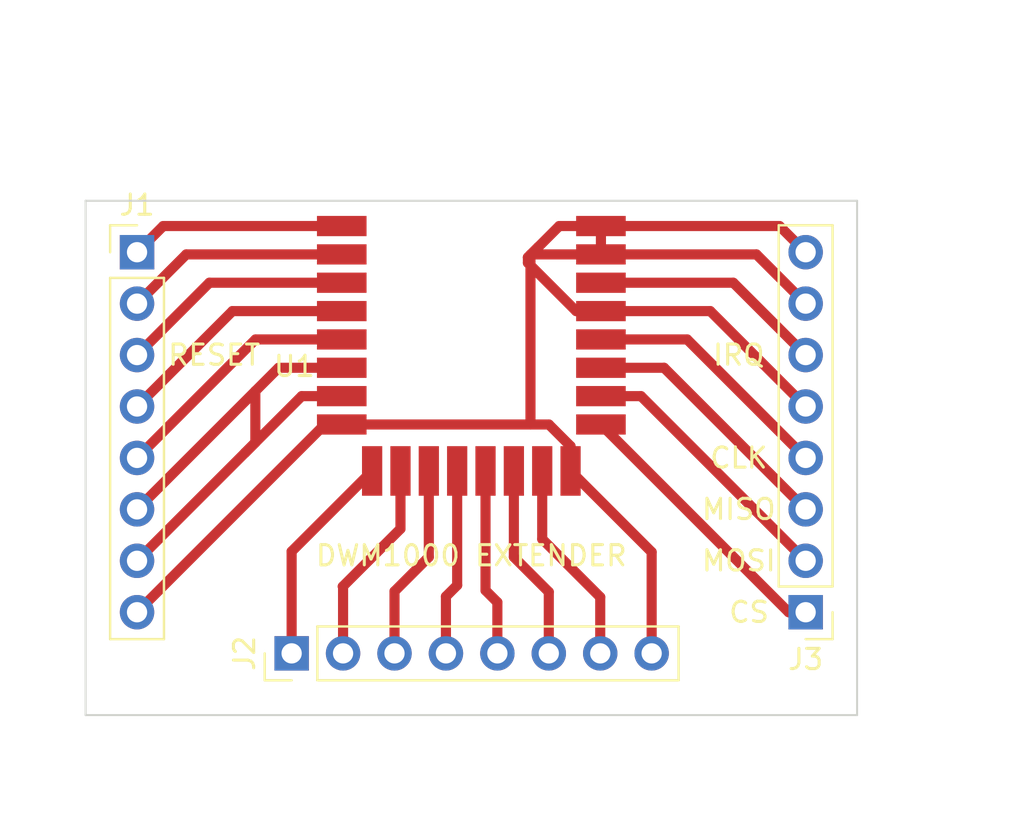
<source format=kicad_pcb>
(kicad_pcb (version 20210606) (generator pcbnew)
  (layers (0 "F.Cu" signal) (31 "B.Cu" signal) (34 "B.Paste" user) (35 "F.Paste" user) (36 "B.SilkS" user "B.Silkscreen") (37 "F.SilkS" user "F.Silkscreen") (38 "B.Mask" user) (39 "F.Mask" user) (44 "Edge.Cuts" user))
  (net 0 "")
  (net 1 "/EXTON")
  (net 2 "/WAKEUP")
  (net 3 "/RESET")
  (net 4 "/IO7")
  (net 5 "/VDDAON")
  (net 6 "/VDD")
  (net 7 "/GND")
  (net 8 "/SPIPHA")
  (net 9 "/SPIPOL")
  (net 10 "/IO4")
  (net 11 "/IO3")
  (net 12 "/IO2")
  (net 13 "/IO1")
  (net 14 "/IO0")
  (net 15 "/IRQ")
  (net 16 "/SPICLK")
  (net 17 "/SPIMISO")
  (net 18 "/SPIMOSI")
  (net 19 "/SPICS")
  (footprint "Connector_PinHeader_2.54mm:PinHeader_1x08_P2.54mm_Vertical" (layer "F.Cu") (at 35.575 47.752 90)
    (fp_text reference "J2" (at 0 -2.33 90) (layer "F.SilkS"))
    (fp_text value "Conn_01x08_Male")
    (fp_line (start -1.33 19.11) (end 1.33 19.11) (layer "F.SilkS") (width 0.12))
    (fp_line (start -1.33 1.27) (end 1.33 1.27) (layer "F.SilkS") (width 0.12))
    (fp_line (start -1.33 0) (end -1.33 -1.33) (layer "F.SilkS") (width 0.12))
    (fp_line (start -1.33 1.27) (end -1.33 19.11) (layer "F.SilkS") (width 0.12))
    (fp_line (start 1.33 1.27) (end 1.33 19.11) (layer "F.SilkS") (width 0.12))
    (fp_line (start -1.33 -1.33) (end 0 -1.33) (layer "F.SilkS") (width 0.12))
    (pad "1" thru_hole rect locked (at 0 0 90) (size 1.7 1.7) (drill 1) (layers *.Cu *.Mask) (net 8 "/SPIPHA"))
    (pad "2" thru_hole oval locked (at 0 2.54 90) (size 1.7 1.7) (drill 1) (layers *.Cu *.Mask) (net 9 "/SPIPOL"))
    (pad "3" thru_hole oval locked (at 0 5.08 90) (size 1.7 1.7) (drill 1) (layers *.Cu *.Mask) (net 10 "/IO4"))
    (pad "4" thru_hole oval locked (at 0 7.62 90) (size 1.7 1.7) (drill 1) (layers *.Cu *.Mask) (net 11 "/IO3"))
    (pad "5" thru_hole oval locked (at 0 10.16 90) (size 1.7 1.7) (drill 1) (layers *.Cu *.Mask) (net 12 "/IO2"))
    (pad "6" thru_hole oval locked (at 0 12.7 90) (size 1.7 1.7) (drill 1) (layers *.Cu *.Mask) (net 13 "/IO1"))
    (pad "7" thru_hole oval locked (at 0 15.24 90) (size 1.7 1.7) (drill 1) (layers *.Cu *.Mask) (net 14 "/IO0"))
    (pad "8" thru_hole oval locked (at 0 17.78 90) (size 1.7 1.7) (drill 1) (layers *.Cu *.Mask) (net 7 "/GND"))
  )
  (footprint "Connector_PinHeader_2.54mm:PinHeader_1x08_P2.54mm_Vertical" (layer "F.Cu") (at 60.96 45.72 180)
    (fp_text reference "J3" (at 0 -2.33) (layer "F.SilkS"))
    (fp_text value "Conn_01x08_Male")
    (fp_line (start -1.33 1.27) (end 1.33 1.27) (layer "F.SilkS") (width 0.12))
    (fp_line (start 1.33 1.27) (end 1.33 19.11) (layer "F.SilkS") (width 0.12))
    (fp_line (start -1.33 0) (end -1.33 -1.33) (layer "F.SilkS") (width 0.12))
    (fp_line (start -1.33 1.27) (end -1.33 19.11) (layer "F.SilkS") (width 0.12))
    (fp_line (start -1.33 19.11) (end 1.33 19.11) (layer "F.SilkS") (width 0.12))
    (fp_line (start -1.33 -1.33) (end 0 -1.33) (layer "F.SilkS") (width 0.12))
    (pad "1" thru_hole rect locked (at 0 0 180) (size 1.7 1.7) (drill 1) (layers *.Cu *.Mask) (net 19 "/SPICS"))
    (pad "2" thru_hole oval locked (at 0 2.54 180) (size 1.7 1.7) (drill 1) (layers *.Cu *.Mask) (net 18 "/SPIMOSI"))
    (pad "3" thru_hole oval locked (at 0 5.08 180) (size 1.7 1.7) (drill 1) (layers *.Cu *.Mask) (net 17 "/SPIMISO"))
    (pad "4" thru_hole oval locked (at 0 7.62 180) (size 1.7 1.7) (drill 1) (layers *.Cu *.Mask) (net 16 "/SPICLK"))
    (pad "5" thru_hole oval locked (at 0 10.16 180) (size 1.7 1.7) (drill 1) (layers *.Cu *.Mask) (net 7 "/GND"))
    (pad "6" thru_hole oval locked (at 0 12.7 180) (size 1.7 1.7) (drill 1) (layers *.Cu *.Mask) (net 15 "/IRQ"))
    (pad "7" thru_hole oval locked (at 0 15.24 180) (size 1.7 1.7) (drill 1) (layers *.Cu *.Mask) (net 7 "/GND"))
    (pad "8" thru_hole oval locked (at 0 17.78 180) (size 1.7 1.7) (drill 1) (layers *.Cu *.Mask) (net 7 "/GND"))
  )
  (footprint "Connector_PinHeader_2.54mm:PinHeader_1x08_P2.54mm_Vertical" (layer "F.Cu") (at 27.94 27.94)
    (fp_text reference "J1" (at 0 -2.33) (layer "F.SilkS"))
    (fp_text value "Conn_01x08_Male")
    (fp_line (start 1.33 1.27) (end 1.33 19.11) (layer "F.SilkS") (width 0.12))
    (fp_line (start -1.33 -1.33) (end 0 -1.33) (layer "F.SilkS") (width 0.12))
    (fp_line (start -1.33 19.11) (end 1.33 19.11) (layer "F.SilkS") (width 0.12))
    (fp_line (start -1.33 0) (end -1.33 -1.33) (layer "F.SilkS") (width 0.12))
    (fp_line (start -1.33 1.27) (end -1.33 19.11) (layer "F.SilkS") (width 0.12))
    (fp_line (start -1.33 1.27) (end 1.33 1.27) (layer "F.SilkS") (width 0.12))
    (pad "1" thru_hole rect locked (at 0 0) (size 1.7 1.7) (drill 1) (layers *.Cu *.Mask) (net 1 "/EXTON"))
    (pad "2" thru_hole oval locked (at 0 2.54) (size 1.7 1.7) (drill 1) (layers *.Cu *.Mask) (net 2 "/WAKEUP"))
    (pad "3" thru_hole oval locked (at 0 5.08) (size 1.7 1.7) (drill 1) (layers *.Cu *.Mask) (net 3 "/RESET"))
    (pad "4" thru_hole oval locked (at 0 7.62) (size 1.7 1.7) (drill 1) (layers *.Cu *.Mask) (net 4 "/IO7"))
    (pad "5" thru_hole oval locked (at 0 10.16) (size 1.7 1.7) (drill 1) (layers *.Cu *.Mask) (net 5 "/VDDAON"))
    (pad "6" thru_hole oval locked (at 0 12.7) (size 1.7 1.7) (drill 1) (layers *.Cu *.Mask) (net 6 "/VDD"))
    (pad "7" thru_hole oval locked (at 0 15.24) (size 1.7 1.7) (drill 1) (layers *.Cu *.Mask) (net 6 "/VDD"))
    (pad "8" thru_hole oval locked (at 0 17.78) (size 1.7 1.7) (drill 1) (layers *.Cu *.Mask) (net 7 "/GND"))
  )
  (footprint "dwm1000:DWM1000" (layer "F.Cu") (at 44.45 28.448)
    (fp_text reference "U1" (at -8.74021 5.12805 180) (layer "F.SilkS") (effects (font (size 1.000598 1.000598))))
    (fp_text value "DWM1000")
    (pad "1" smd rect locked (at -6.4 -1.8) (size 2.45 1) (layers "F.Cu" "F.Paste" "F.Mask") (net 1 "/EXTON"))
    (pad "2" smd rect locked (at -6.4 -0.4) (size 2.45 1) (layers "F.Cu" "F.Paste" "F.Mask") (net 2 "/WAKEUP"))
    (pad "3" smd rect locked (at -6.4 1) (size 2.45 1) (layers "F.Cu" "F.Paste" "F.Mask") (net 3 "/RESET"))
    (pad "4" smd rect locked (at -6.4 2.4) (size 2.45 1) (layers "F.Cu" "F.Paste" "F.Mask") (net 4 "/IO7"))
    (pad "5" smd rect locked (at -6.4 3.8) (size 2.45 1) (layers "F.Cu" "F.Paste" "F.Mask") (net 5 "/VDDAON"))
    (pad "6" smd rect locked (at -6.4 5.2) (size 2.45 1) (layers "F.Cu" "F.Paste" "F.Mask") (net 6 "/VDD"))
    (pad "7" smd rect locked (at -6.4 6.6) (size 2.45 1) (layers "F.Cu" "F.Paste" "F.Mask") (net 6 "/VDD"))
    (pad "8" smd rect locked (at -6.4 8) (size 2.45 1) (layers "F.Cu" "F.Paste" "F.Mask") (net 7 "/GND"))
    (pad "9" smd rect locked (at -4.9 10.295) (size 1 2.45) (layers "F.Cu" "F.Paste" "F.Mask") (net 8 "/SPIPHA"))
    (pad "10" smd rect locked (at -3.5 10.295) (size 1 2.45) (layers "F.Cu" "F.Paste" "F.Mask") (net 9 "/SPIPOL"))
    (pad "11" smd rect locked (at -2.1 10.295) (size 1 2.45) (layers "F.Cu" "F.Paste" "F.Mask") (net 10 "/IO4"))
    (pad "12" smd rect locked (at -0.7 10.295) (size 1 2.45) (layers "F.Cu" "F.Paste" "F.Mask") (net 11 "/IO3"))
    (pad "13" smd rect locked (at 0.7 10.295) (size 1 2.45) (layers "F.Cu" "F.Paste" "F.Mask") (net 12 "/IO2"))
    (pad "14" smd rect locked (at 2.1 10.295) (size 1 2.45) (layers "F.Cu" "F.Paste" "F.Mask") (net 13 "/IO1"))
    (pad "15" smd rect locked (at 3.5 10.295) (size 1 2.45) (layers "F.Cu" "F.Paste" "F.Mask") (net 14 "/IO0"))
    (pad "16" smd rect locked (at 4.9 10.295) (size 1 2.45) (layers "F.Cu" "F.Paste" "F.Mask") (net 7 "/GND"))
    (pad "17" smd rect locked (at 6.4 8) (size 2.45 1) (layers "F.Cu" "F.Paste" "F.Mask") (net 19 "/SPICS"))
    (pad "18" smd rect locked (at 6.4 6.6) (size 2.45 1) (layers "F.Cu" "F.Paste" "F.Mask") (net 18 "/SPIMOSI"))
    (pad "19" smd rect locked (at 6.4 5.2) (size 2.45 1) (layers "F.Cu" "F.Paste" "F.Mask") (net 17 "/SPIMISO"))
    (pad "20" smd rect locked (at 6.4 3.8) (size 2.45 1) (layers "F.Cu" "F.Paste" "F.Mask") (net 16 "/SPICLK"))
    (pad "21" smd rect locked (at 6.4 2.4) (size 2.45 1) (layers "F.Cu" "F.Paste" "F.Mask") (net 7 "/GND"))
    (pad "22" smd rect locked (at 6.4 1) (size 2.45 1) (layers "F.Cu" "F.Paste" "F.Mask") (net 15 "/IRQ"))
    (pad "23" smd rect locked (at 6.4 -0.4) (size 2.45 1) (layers "F.Cu" "F.Paste" "F.Mask") (net 7 "/GND"))
    (pad "24" smd rect locked (at 6.4 -1.8) (size 2.45 1) (layers "F.Cu" "F.Paste" "F.Mask") (net 7 "/GND"))
  )
  (gr_line (start 63.5 50.8) (end 25.4 50.8) (layer "Edge.Cuts") (width 0.1))
  (gr_line (start 25.4 25.4) (end 63.5 25.4) (layer "Edge.Cuts") (width 0.1))
  (gr_line (start 63.5 25.4) (end 63.5 50.8) (layer "Edge.Cuts") (width 0.1))
  (gr_line (start 25.4 50.8) (end 25.4 25.4) (layer "Edge.Cuts") (width 0.1))
  (gr_text "IRQ" (at 57.658 33.02) (layer "F.SilkS") (effects (font (size 1 1))))
  (gr_text "MOSI" (at 57.658 43.18) (layer "F.SilkS") (effects (font (size 1 1))))
  (gr_text "RESET" (at 31.75 33.02) (layer "F.SilkS") (effects (font (size 1 1))))
  (gr_text "CS\n" (at 58.166 45.72) (layer "F.SilkS") (effects (font (size 1 1))))
  (gr_text "CLK" (at 57.658 38.1) (layer "F.SilkS") (effects (font (size 1 1))))
  (gr_text "DWM1000 EXTENDER" (at 44.45 42.926) (layer "F.SilkS") (effects (font (size 1 1))))
  (gr_text "MISO" (at 57.658 40.64) (layer "F.SilkS") (effects (font (size 1 1))))
  (segment (start 29.232 26.648) (end 38.05 26.648) (width 0.5) (layer "F.Cu") (net 1))
  (segment (start 27.94 27.94) (end 29.232 26.648) (width 0.5) (layer "F.Cu") (net 1))
  (segment (start 30.372 28.048) (end 27.94 30.48) (width 0.5) (layer "F.Cu") (net 2))
  (segment (start 38.05 28.048) (end 30.372 28.048) (width 0.5) (layer "F.Cu") (net 2))
  (segment (start 38.05 29.448) (end 31.512 29.448) (width 0.5) (layer "F.Cu") (net 3))
  (segment (start 31.512 29.448) (end 27.94 33.02) (width 0.5) (layer "F.Cu") (net 3))
  (segment (start 32.652 30.848) (end 27.94 35.56) (width 0.5) (layer "F.Cu") (net 4))
  (segment (start 38.05 30.848) (end 32.652 30.848) (width 0.5) (layer "F.Cu") (net 4))
  (segment (start 33.792 32.248) (end 27.94 38.1) (width 0.5) (layer "F.Cu") (net 5))
  (segment (start 38.05 32.248) (end 33.792 32.248) (width 0.5) (layer "F.Cu") (net 5))
  (segment (start 38.05 33.648) (end 34.932 33.648) (width 0.5) (layer "F.Cu") (net 6))
  (segment (start 34.932 33.648) (end 33.782 34.798) (width 0.5) (layer "F.Cu") (net 6))
  (segment (start 33.782 34.798) (end 27.94 40.64) (width 0.5) (layer "F.Cu") (net 6))
  (segment (start 36.072 35.048) (end 33.274 37.846) (width 0.5) (layer "F.Cu") (net 6))
  (segment (start 38.05 35.048) (end 36.072 35.048) (width 0.5) (layer "F.Cu") (net 6))
  (segment (start 33.274 37.846) (end 27.94 43.18) (width 0.5) (layer "F.Cu") (net 6))
  (segment (start 33.782 37.338) (end 33.274 37.846) (width 0.5) (layer "F.Cu") (net 6))
  (segment (start 33.782 34.798) (end 33.782 37.338) (width 0.5) (layer "F.Cu") (net 6))
  (segment (start 47.37 28.068) (end 47.752 27.686) (width 0.5) (layer "F.Cu") (net 7))
  (segment (start 47.244 28.466022) (end 47.244 28.194) (width 0.5) (layer "F.Cu") (net 7))
  (segment (start 53.355 42.748) (end 49.35 38.743) (width 0.5) (layer "F.Cu") (net 7))
  (segment (start 47.37 36.448) (end 47.37 28.068) (width 0.5) (layer "F.Cu") (net 7))
  (segment (start 59.668 26.648) (end 60.96 27.94) (width 0.5) (layer "F.Cu") (net 7))
  (segment (start 47.39 28.048) (end 47.244 28.194) (width 0.5) (layer "F.Cu") (net 7))
  (segment (start 50.85 28.048) (end 58.528 28.048) (width 0.5) (layer "F.Cu") (net 7))
  (segment (start 48.79 26.648) (end 50.85 26.648) (width 0.5) (layer "F.Cu") (net 7))
  (segment (start 38.05 36.448) (end 47.37 36.448) (width 0.5) (layer "F.Cu") (net 7))
  (segment (start 50.85 26.648) (end 50.85 28.048) (width 0.5) (layer "F.Cu") (net 7))
  (segment (start 47.37 36.448) (end 48.279022 36.448) (width 0.5) (layer "F.Cu") (net 7))
  (segment (start 53.355 47.752) (end 53.355 42.748) (width 0.5) (layer "F.Cu") (net 7))
  (segment (start 50.85 28.048) (end 47.39 28.048) (width 0.5) (layer "F.Cu") (net 7))
  (segment (start 50.85 26.648) (end 59.668 26.648) (width 0.5) (layer "F.Cu") (net 7))
  (segment (start 50.85 30.848) (end 56.248 30.848) (width 0.5) (layer "F.Cu") (net 7))
  (segment (start 37.212 36.448) (end 27.94 45.72) (width 0.5) (layer "F.Cu") (net 7))
  (segment (start 49.35 37.518978) (end 49.35 38.743) (width 0.5) (layer "F.Cu") (net 7))
  (segment (start 47.244 28.194) (end 47.752 27.686) (width 0.5) (layer "F.Cu") (net 7))
  (segment (start 47.752 27.686) (end 48.79 26.648) (width 0.5) (layer "F.Cu") (net 7))
  (segment (start 56.248 30.848) (end 60.96 35.56) (width 0.5) (layer "F.Cu") (net 7))
  (segment (start 48.279022 36.448) (end 49.35 37.518978) (width 0.5) (layer "F.Cu") (net 7))
  (segment (start 50.85 30.848) (end 49.625978 30.848) (width 0.5) (layer "F.Cu") (net 7))
  (segment (start 38.05 36.448) (end 37.212 36.448) (width 0.5) (layer "F.Cu") (net 7))
  (segment (start 49.625978 30.848) (end 47.244 28.466022) (width 0.5) (layer "F.Cu") (net 7))
  (segment (start 58.528 28.048) (end 60.96 30.48) (width 0.5) (layer "F.Cu") (net 7))
  (segment (start 35.575 47.752) (end 35.575 42.718) (width 0.5) (layer "F.Cu") (net 8))
  (segment (start 35.575 42.718) (end 39.55 38.743) (width 0.5) (layer "F.Cu") (net 8))
  (segment (start 40.95 41.6) (end 38.1 44.45) (width 0.5) (layer "F.Cu") (net 9))
  (segment (start 38.1 44.45) (end 38.115 44.465) (width 0.5) (layer "F.Cu") (net 9))
  (segment (start 38.115 44.465) (end 38.115 47.752) (width 0.5) (layer "F.Cu") (net 9))
  (segment (start 40.95 38.743) (end 40.95 41.6) (width 0.5) (layer "F.Cu") (net 9))
  (segment (start 42.35 42.994) (end 40.655 44.689) (width 0.5) (layer "F.Cu") (net 10))
  (segment (start 42.35 38.743) (end 42.35 42.994) (width 0.5) (layer "F.Cu") (net 10))
  (segment (start 40.655 44.689) (end 40.655 47.752) (width 0.5) (layer "F.Cu") (net 10))
  (segment (start 43.75 44.388) (end 43.195 44.943) (width 0.5) (layer "F.Cu") (net 11))
  (segment (start 43.195 44.943) (end 43.195 47.752) (width 0.5) (layer "F.Cu") (net 11))
  (segment (start 43.75 38.743) (end 43.75 44.388) (width 0.5) (layer "F.Cu") (net 11))
  (segment (start 45.15 44.642) (end 45.15 38.743) (width 0.5) (layer "F.Cu") (net 12))
  (segment (start 45.735 45.227) (end 45.15 44.642) (width 0.5) (layer "F.Cu") (net 12))
  (segment (start 45.735 47.752) (end 45.735 45.227) (width 0.5) (layer "F.Cu") (net 12))
  (segment (start 48.275 47.752) (end 48.275 44.719) (width 0.5) (layer "F.Cu") (net 13))
  (segment (start 48.275 44.719) (end 46.55 42.994) (width 0.5) (layer "F.Cu") (net 13))
  (segment (start 46.55 42.994) (end 46.55 38.743) (width 0.5) (layer "F.Cu") (net 13))
  (segment (start 50.815 47.752) (end 50.815 44.973) (width 0.5) (layer "F.Cu") (net 14))
  (segment (start 50.815 44.973) (end 47.95 42.108) (width 0.5) (layer "F.Cu") (net 14))
  (segment (start 47.95 42.108) (end 47.95 38.743) (width 0.5) (layer "F.Cu") (net 14))
  (segment (start 50.85 29.448) (end 57.388 29.448) (width 0.5) (layer "F.Cu") (net 15))
  (segment (start 57.388 29.448) (end 60.96 33.02) (width 0.5) (layer "F.Cu") (net 15))
  (segment (start 50.85 32.248) (end 55.108 32.248) (width 0.5) (layer "F.Cu") (net 16))
  (segment (start 55.108 32.248) (end 60.96 38.1) (width 0.5) (layer "F.Cu") (net 16))
  (segment (start 53.968 33.648) (end 60.96 40.64) (width 0.5) (layer "F.Cu") (net 17))
  (segment (start 50.85 33.648) (end 53.968 33.648) (width 0.5) (layer "F.Cu") (net 17))
  (segment (start 50.85 35.048) (end 52.828 35.048) (width 0.5) (layer "F.Cu") (net 18))
  (segment (start 52.828 35.048) (end 60.96 43.18) (width 0.5) (layer "F.Cu") (net 18))
  (segment (start 60.122 45.72) (end 60.96 45.72) (width 0.5) (layer "F.Cu") (net 19))
  (segment (start 50.85 36.448) (end 60.122 45.72) (width 0.5) (layer "F.Cu") (net 19))
)
</source>
